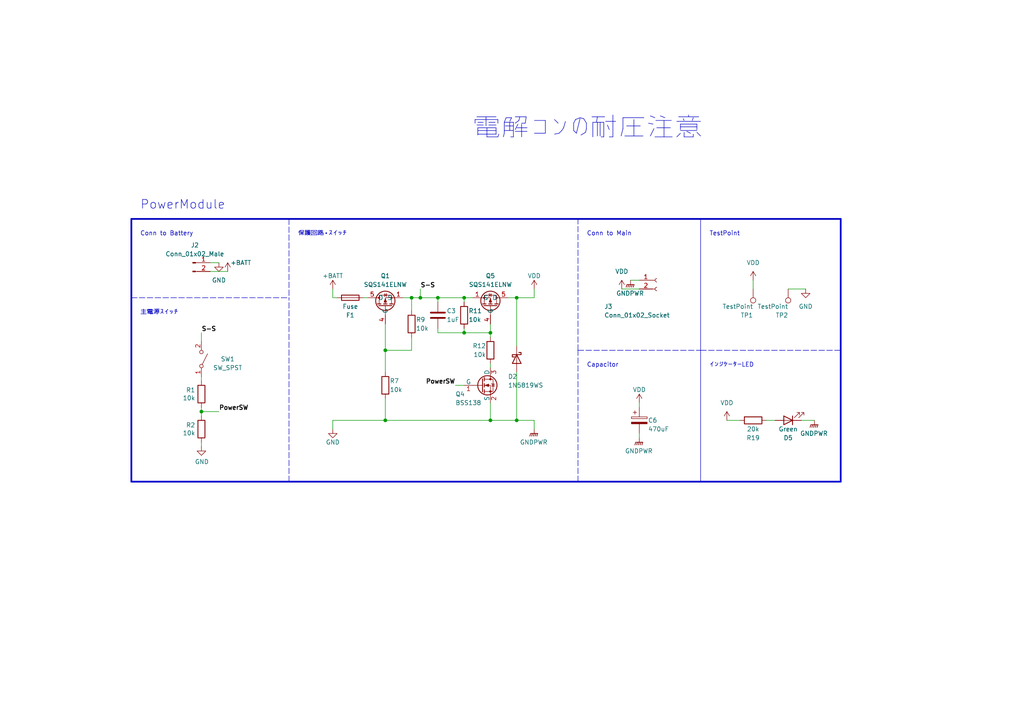
<source format=kicad_sch>
(kicad_sch (version 20230121) (generator eeschema)
  (paper "A4")
  (lib_symbols
    (symbol "AON6411_1"
      (property "Reference" "Q" (at 5.08 1.905 0))
      (property "Value" "AON6411" (at 5.08 0 0))
      (symbol "AON6411_1_0_1"
        (polyline (pts (xy 0.254 0) (xy -2.54 0)))
        (polyline (pts (xy 0.254 1.905) (xy 0.254 -1.905)) (stroke (width 0.254)))
        (polyline (pts (xy 0.762 -1.27) (xy 0.762 -2.286)) (stroke (width 0.254)))
        (polyline (pts (xy 0.762 0.508) (xy 0.762 -0.508)) (stroke (width 0.254)))
        (polyline (pts (xy 0.762 2.286) (xy 0.762 1.27)) (stroke (width 0.254)))
        (polyline (pts (xy 2.54 2.54) (xy 2.54 1.778)))
        (polyline (pts (xy 2.54 -2.54) (xy 2.54 0) (xy 0.762 0)))
        (polyline (pts (xy 0.762 1.778) (xy 3.302 1.778) (xy 3.302 -1.778) (xy 0.762 -1.778)))
        (polyline (pts (xy 2.286 0) (xy 1.27 0.381) (xy 1.27 -0.381) (xy 2.286 0)) (fill (type outline)))
        (polyline (pts (xy 2.794 -0.508) (xy 2.921 -0.381) (xy 3.683 -0.381) (xy 3.81 -0.254)))
        (polyline (pts (xy 3.302 -0.381) (xy 2.921 0.254) (xy 3.683 0.254) (xy 3.302 -0.381)))
        (circle (center 1.651 0) (radius 2.794) (stroke (width 0.254)))
        (circle (center 2.54 -1.778) (radius 0.254) (fill (type outline)))
        (circle (center 2.54 1.778) (radius 0.254) (fill (type outline)))
      )
      (symbol "AON6411_1_1_1"
        (pin passive line (at 2.54 -5.08 90) (length 2.54) (name "S") (number "1"))
        (pin passive line (at 2.54 -5.08 90) (length 2.54) hide (name "S") (number "2"))
        (pin passive line (at 2.54 -5.08 90) (length 2.54) hide (name "S") (number "3"))
        (pin input line (at -5.08 0 0) (length 2.54) (name "G") (number "4"))
        (pin passive line (at 2.54 5.08 270) (length 2.54) (name "D") (number "5"))
      )
    )
    (symbol "Connector:Conn_01x02_Male" (pin_names (offset 1.016) hide)
      (property "Reference" "J" (at 0 2.54 0))
      (property "Value" "Conn_01x02_Male" (at 0 -5.08 0))
      (symbol "Conn_01x02_Male_1_1"
        (polyline (pts (xy 1.27 -2.54) (xy 0.8636 -2.54)) (stroke (width 0.1524)))
        (polyline (pts (xy 1.27 0) (xy 0.8636 0)) (stroke (width 0.1524)))
        (rectangle (start 0.8636 -2.413) (end 0 -2.667) (stroke (width 0.1524)) (fill (type outline)))
        (rectangle (start 0.8636 0.127) (end 0 -0.127) (stroke (width 0.1524)) (fill (type outline)))
        (pin passive line (at 5.08 0 180) (length 3.81) (name "Pin_1") (number "1"))
        (pin passive line (at 5.08 -2.54 180) (length 3.81) (name "Pin_2") (number "2"))
      )
    )
    (symbol "Connector:Conn_01x02_Socket" (pin_names (offset 1.016) hide)
      (property "Reference" "J" (at 0 2.54 0))
      (property "Value" "Conn_01x02_Socket" (at 0 -5.08 0))
      (symbol "Conn_01x02_Socket_1_1"
        (arc (start 0 -2.032) (mid -0.5058 -2.54) (end 0 -3.048) (stroke (width 0.1524)))
        (polyline (pts (xy -1.27 -2.54) (xy -0.508 -2.54)) (stroke (width 0.1524)))
        (polyline (pts (xy -1.27 0) (xy -0.508 0)) (stroke (width 0.1524)))
        (arc (start 0 0.508) (mid -0.5058 0) (end 0 -0.508) (stroke (width 0.1524)))
        (pin passive line (at -5.08 0 0) (length 3.81) (name "Pin_1") (number "1"))
        (pin passive line (at -5.08 -2.54 0) (length 3.81) (name "Pin_2") (number "2"))
      )
    )
    (symbol "Connector:TestPoint" (pin_numbers hide) (pin_names (offset 0.762) hide)
      (property "Reference" "TP" (at 0 6.858 0))
      (property "Value" "TestPoint" (at 0 5.08 0))
      (symbol "TestPoint_0_1"
        (circle (center 0 3.302) (radius 0.762))
      )
      (symbol "TestPoint_1_1"
        (pin passive line (at 0 0 90) (length 2.54) (name "1") (number "1"))
      )
    )
    (symbol "D_Schottky_3" (pin_numbers hide) (pin_names (offset 1.016) hide)
      (property "Reference" "D" (at 0 2.54 0))
      (property "Value" "D_Schottky_3" (at 0 -2.54 0))
      (symbol "D_Schottky_3_0_1"
        (polyline (pts (xy 1.27 0) (xy -1.27 0)))
        (polyline (pts (xy 1.27 1.27) (xy 1.27 -1.27) (xy -1.27 0) (xy 1.27 1.27)) (stroke (width 0.254)))
        (polyline (pts (xy -1.905 0.635) (xy -1.905 1.27) (xy -1.27 1.27) (xy -1.27 -1.27) (xy -0.635 -1.27) (xy -0.635 -0.635)) (stroke (width 0.254)))
      )
      (symbol "D_Schottky_3_1_1"
        (pin passive line (at -3.81 0 0) (length 2.54) (name "K") (number "1"))
        (pin passive line (at 3.81 0 180) (length 2.54) (name "A") (number "2"))
      )
    )
    (symbol "Device:C" (pin_numbers hide) (pin_names (offset 0.254))
      (property "Reference" "C" (at 0.635 2.54 0))
      (property "Value" "C" (at 0.635 -2.54 0))
      (symbol "C_0_1"
        (polyline (pts (xy -2.032 -0.762) (xy 2.032 -0.762)) (stroke (width 0.508)))
        (polyline (pts (xy -2.032 0.762) (xy 2.032 0.762)) (stroke (width 0.508)))
      )
      (symbol "C_1_1"
        (pin passive line (at 0 3.81 270) (length 2.794) (name "~") (number "1"))
        (pin passive line (at 0 -3.81 90) (length 2.794) (name "~") (number "2"))
      )
    )
    (symbol "Device:C_Polarized" (pin_numbers hide) (pin_names (offset 0.254))
      (property "Reference" "C" (at 0.635 2.54 0))
      (property "Value" "C_Polarized" (at 0.635 -2.54 0))
      (symbol "C_Polarized_0_1"
        (rectangle (start -2.286 0.508) (end 2.286 1.016))
        (polyline (pts (xy -1.778 2.286) (xy -0.762 2.286)))
        (polyline (pts (xy -1.27 2.794) (xy -1.27 1.778)))
        (rectangle (start 2.286 -0.508) (end -2.286 -1.016) (fill (type outline)))
      )
      (symbol "C_Polarized_1_1"
        (pin passive line (at 0 3.81 270) (length 2.794) (name "~") (number "1"))
        (pin passive line (at 0 -3.81 90) (length 2.794) (name "~") (number "2"))
      )
    )
    (symbol "Device:Fuse" (pin_numbers hide) (pin_names (offset 0))
      (property "Reference" "F" (at 2.032 0 90))
      (property "Value" "Fuse" (at -1.905 0 90))
      (symbol "Fuse_0_1"
        (rectangle (start -0.762 -2.54) (end 0.762 2.54) (stroke (width 0.254)))
        (polyline (pts (xy 0 2.54) (xy 0 -2.54)))
      )
      (symbol "Fuse_1_1"
        (pin passive line (at 0 3.81 270) (length 1.27) (name "~") (number "1"))
        (pin passive line (at 0 -3.81 90) (length 1.27) (name "~") (number "2"))
      )
    )
    (symbol "Device:LED" (pin_numbers hide) (pin_names (offset 1.016) hide)
      (property "Reference" "D" (at 0 2.54 0))
      (property "Value" "LED" (at 0 -2.54 0))
      (symbol "LED_0_1"
        (polyline (pts (xy -1.27 -1.27) (xy -1.27 1.27)) (stroke (width 0.254)))
        (polyline (pts (xy -1.27 0) (xy 1.27 0)))
        (polyline (pts (xy 1.27 -1.27) (xy 1.27 1.27) (xy -1.27 0) (xy 1.27 -1.27)) (stroke (width 0.254)))
        (polyline (pts (xy -3.048 -0.762) (xy -4.572 -2.286) (xy -3.81 -2.286) (xy -4.572 -2.286) (xy -4.572 -1.524)))
        (polyline (pts (xy -1.778 -0.762) (xy -3.302 -2.286) (xy -2.54 -2.286) (xy -3.302 -2.286) (xy -3.302 -1.524)))
      )
      (symbol "LED_1_1"
        (pin passive line (at -3.81 0 0) (length 2.54) (name "K") (number "1"))
        (pin passive line (at 3.81 0 180) (length 2.54) (name "A") (number "2"))
      )
    )
    (symbol "Device:R" (pin_numbers hide) (pin_names (offset 0))
      (property "Reference" "R" (at 2.032 0 90))
      (property "Value" "R" (at 0 0 90))
      (symbol "R_0_1"
        (rectangle (start -1.016 -2.54) (end 1.016 2.54) (stroke (width 0.254)))
      )
      (symbol "R_1_1"
        (pin passive line (at 0 3.81 270) (length 1.27) (name "~") (number "1"))
        (pin passive line (at 0 -3.81 90) (length 1.27) (name "~") (number "2"))
      )
    )
    (symbol "Q_NMOS_GSD_1" (pin_names (offset 0))
      (property "Reference" "Q" (at 5.08 1.27 0))
      (property "Value" "Q_NMOS_GSD_1" (at 5.08 -1.27 0))
      (symbol "Q_NMOS_GSD_1_0_1"
        (polyline (pts (xy 0.254 0) (xy -2.54 0)))
        (polyline (pts (xy 0.254 1.905) (xy 0.254 -1.905)) (stroke (width 0.254)))
        (polyline (pts (xy 0.762 -1.27) (xy 0.762 -2.286)) (stroke (width 0.254)))
        (polyline (pts (xy 0.762 0.508) (xy 0.762 -0.508)) (stroke (width 0.254)))
        (polyline (pts (xy 0.762 2.286) (xy 0.762 1.27)) (stroke (width 0.254)))
        (polyline (pts (xy 2.54 2.54) (xy 2.54 1.778)))
        (polyline (pts (xy 2.54 -2.54) (xy 2.54 0) (xy 0.762 0)))
        (polyline (pts (xy 0.762 -1.778) (xy 3.302 -1.778) (xy 3.302 1.778) (xy 0.762 1.778)))
        (polyline (pts (xy 1.016 0) (xy 2.032 0.381) (xy 2.032 -0.381) (xy 1.016 0)) (fill (type outline)))
        (polyline (pts (xy 2.794 0.508) (xy 2.921 0.381) (xy 3.683 0.381) (xy 3.81 0.254)))
        (polyline (pts (xy 3.302 0.381) (xy 2.921 -0.254) (xy 3.683 -0.254) (xy 3.302 0.381)))
        (circle (center 1.651 0) (radius 2.794) (stroke (width 0.254)))
        (circle (center 2.54 -1.778) (radius 0.254) (fill (type outline)))
        (circle (center 2.54 1.778) (radius 0.254) (fill (type outline)))
      )
      (symbol "Q_NMOS_GSD_1_1_1"
        (pin input line (at -5.08 0 0) (length 2.54) (name "G") (number "1"))
        (pin passive line (at 2.54 -5.08 90) (length 2.54) (name "S") (number "2"))
        (pin passive line (at 2.54 5.08 270) (length 2.54) (name "D") (number "3"))
      )
    )
    (symbol "Switch:SW_SPST" (pin_names (offset 0) hide)
      (property "Reference" "SW" (at 0 3.175 0))
      (property "Value" "SW_SPST" (at 0 -2.54 0))
      (symbol "SW_SPST_0_0"
        (circle (center -2.032 0) (radius 0.508))
        (polyline (pts (xy -1.524 0.254) (xy 1.524 1.778)))
        (circle (center 2.032 0) (radius 0.508))
      )
      (symbol "SW_SPST_1_1"
        (pin passive line (at -5.08 0 0) (length 2.54) (name "A") (number "1"))
        (pin passive line (at 5.08 0 180) (length 2.54) (name "B") (number "2"))
      )
    )
    (symbol "Transistor_FET:AON6411"
      (property "Reference" "Q" (at 5.08 1.905 0))
      (property "Value" "AON6411" (at 5.08 0 0))
      (symbol "AON6411_0_1"
        (polyline (pts (xy 0.254 0) (xy -2.54 0)))
        (polyline (pts (xy 0.254 1.905) (xy 0.254 -1.905)) (stroke (width 0.254)))
        (polyline (pts (xy 0.762 -1.27) (xy 0.762 -2.286)) (stroke (width 0.254)))
        (polyline (pts (xy 0.762 0.508) (xy 0.762 -0.508)) (stroke (width 0.254)))
        (polyline (pts (xy 0.762 2.286) (xy 0.762 1.27)) (stroke (width 0.254)))
        (polyline (pts (xy 2.54 2.54) (xy 2.54 1.778)))
        (polyline (pts (xy 2.54 -2.54) (xy 2.54 0) (xy 0.762 0)))
        (polyline (pts (xy 0.762 1.778) (xy 3.302 1.778) (xy 3.302 -1.778) (xy 0.762 -1.778)))
        (polyline (pts (xy 2.286 0) (xy 1.27 0.381) (xy 1.27 -0.381) (xy 2.286 0)) (fill (type outline)))
        (polyline (pts (xy 2.794 -0.508) (xy 2.921 -0.381) (xy 3.683 -0.381) (xy 3.81 -0.254)))
        (polyline (pts (xy 3.302 -0.381) (xy 2.921 0.254) (xy 3.683 0.254) (xy 3.302 -0.381)))
        (circle (center 1.651 0) (radius 2.794) (stroke (width 0.254)))
        (circle (center 2.54 -1.778) (radius 0.254) (fill (type outline)))
        (circle (center 2.54 1.778) (radius 0.254) (fill (type outline)))
      )
      (symbol "AON6411_1_1"
        (pin passive line (at 2.54 -5.08 90) (length 2.54) (name "S") (number "1"))
        (pin passive line (at 2.54 -5.08 90) (length 2.54) hide (name "S") (number "2"))
        (pin passive line (at 2.54 -5.08 90) (length 2.54) hide (name "S") (number "3"))
        (pin input line (at -5.08 0 0) (length 2.54) (name "G") (number "4"))
        (pin passive line (at 2.54 5.08 270) (length 2.54) (name "D") (number "5"))
      )
    )
    (symbol "power:+BATT" (power) (pin_names (offset 0))
      (property "Value" "+BATT" (at 0 3.556 0))
      (symbol "+BATT_0_1"
        (polyline (pts (xy -0.762 1.27) (xy 0 2.54)))
        (polyline (pts (xy 0 0) (xy 0 2.54)))
        (polyline (pts (xy 0 2.54) (xy 0.762 1.27)))
      )
      (symbol "+BATT_1_1"
        (pin power_in line (at 0 0 90) (length 0) hide (name "+BATT") (number "1"))
      )
    )
    (symbol "power:GND" (power) (pin_names (offset 0))
      (property "Value" "GND" (at 0 -3.81 0))
      (symbol "GND_0_1"
        (polyline (pts (xy 0 0) (xy 0 -1.27) (xy 1.27 -1.27) (xy 0 -2.54) (xy -1.27 -1.27) (xy 0 -1.27)))
      )
      (symbol "GND_1_1"
        (pin power_in line (at 0 0 270) (length 0) hide (name "GND") (number "1"))
      )
    )
    (symbol "power:GNDPWR" (power) (pin_names (offset 0))
      (property "Value" "GNDPWR" (at 0 -3.302 0))
      (symbol "GNDPWR_0_1"
        (polyline (pts (xy 0 -1.27) (xy 0 0)))
        (polyline (pts (xy -1.016 -1.27) (xy -1.27 -2.032) (xy -1.27 -2.032)) (stroke (width 0.2032)))
        (polyline (pts (xy -0.508 -1.27) (xy -0.762 -2.032) (xy -0.762 -2.032)) (stroke (width 0.2032)))
        (polyline (pts (xy 0 -1.27) (xy -0.254 -2.032) (xy -0.254 -2.032)) (stroke (width 0.2032)))
        (polyline (pts (xy 0.508 -1.27) (xy 0.254 -2.032) (xy 0.254 -2.032)) (stroke (width 0.2032)))
        (polyline (pts (xy 1.016 -1.27) (xy -1.016 -1.27) (xy -1.016 -1.27)) (stroke (width 0.2032)))
        (polyline (pts (xy 1.016 -1.27) (xy 0.762 -2.032) (xy 0.762 -2.032) (xy 0.762 -2.032)) (stroke (width 0.2032)))
      )
      (symbol "GNDPWR_1_1"
        (pin power_in line (at 0 0 270) (length 0) hide (name "GNDPWR") (number "1"))
      )
    )
    (symbol "power:VDD" (power) (pin_names (offset 0))
      (property "Value" "VDD" (at 0 3.81 0))
      (symbol "VDD_0_1"
        (polyline (pts (xy -0.762 1.27) (xy 0 2.54)))
        (polyline (pts (xy 0 0) (xy 0 2.54)))
        (polyline (pts (xy 0 2.54) (xy 0.762 1.27)))
      )
      (symbol "VDD_1_1"
        (pin power_in line (at 0 0 90) (length 0) hide (name "VDD") (number "1"))
      )
    )
  )
  (junction (at 119.38 86.36))
  (junction (at 121.92 86.36))
  (junction (at 142.24 96.52))
  (junction (at 58.42 119.38))
  (junction (at 149.86 86.36))
  (junction (at 142.24 121.92))
  (junction (at 134.62 86.36))
  (junction (at 127 86.36))
  (junction (at 111.76 101.6))
  (junction (at 134.62 96.52))
  (junction (at 149.86 121.92))
  (junction (at 111.76 121.92))
  (polyline (pts (xy 167.64 139.7) (xy 167.64 101.6)) (stroke (width 0) (type dash)))
  (wire (pts (xy 134.62 96.52) (xy 142.24 96.52)))
  (wire (pts (xy 58.42 109.22) (xy 58.42 110.49)))
  (wire (pts (xy 154.94 124.46) (xy 154.94 121.92)))
  (wire (pts (xy 96.52 86.36) (xy 97.79 86.36)))
  (wire (pts (xy 58.42 118.11) (xy 58.42 119.38)))
  (wire (pts (xy 232.41 121.92) (xy 236.22 121.92)))
  (wire (pts (xy 63.5 119.38) (xy 58.42 119.38)))
  (wire (pts (xy 228.6 83.82) (xy 233.68 83.82)))
  (wire (pts (xy 185.42 81.28) (xy 182.88 81.28)))
  (polyline (pts (xy 167.64 101.6) (xy 167.64 63.5)) (stroke (width 0) (type dash)))
  (wire (pts (xy 142.24 93.98) (xy 142.24 96.52)))
  (wire (pts (xy 210.82 121.92) (xy 214.63 121.92)))
  (wire (pts (xy 134.62 86.36) (xy 134.62 87.63)))
  (wire (pts (xy 147.32 86.36) (xy 149.86 86.36)))
  (wire (pts (xy 121.92 86.36) (xy 127 86.36)))
  (wire (pts (xy 142.24 116.84) (xy 142.24 121.92)))
  (polyline (pts (xy 83.82 63.5) (xy 83.82 86.36)) (stroke (width 0) (type dash)))
  (wire (pts (xy 58.42 119.38) (xy 58.42 120.65)))
  (wire (pts (xy 121.92 83.82) (xy 121.92 86.36)))
  (wire (pts (xy 60.96 78.74) (xy 66.04 78.74)))
  (polyline (pts (xy 203.2 101.6) (xy 243.84 101.6)) (stroke (width 0) (type dash)))
  (wire (pts (xy 149.86 107.95) (xy 149.86 121.92)))
  (wire (pts (xy 111.76 93.98) (xy 111.76 101.6)))
  (wire (pts (xy 149.86 121.92) (xy 154.94 121.92)))
  (wire (pts (xy 127 86.36) (xy 134.62 86.36)))
  (polyline (pts (xy 38.1 86.36) (xy 83.82 86.36)) (stroke (width 0) (type dash)))
  (wire (pts (xy 96.52 83.82) (xy 96.52 86.36)))
  (wire (pts (xy 222.25 121.92) (xy 224.79 121.92)))
  (wire (pts (xy 134.62 95.25) (xy 134.62 96.52)))
  (wire (pts (xy 185.42 125.73) (xy 185.42 127)))
  (wire (pts (xy 105.41 86.36) (xy 106.68 86.36)))
  (wire (pts (xy 116.84 86.36) (xy 119.38 86.36)))
  (wire (pts (xy 60.96 76.2) (xy 63.5 76.2)))
  (wire (pts (xy 142.24 105.41) (xy 142.24 106.68)))
  (polyline (pts (xy 203.2 139.7) (xy 203.2 101.6)) (stroke (width 0) (type solid)))
  (wire (pts (xy 134.62 86.36) (xy 137.16 86.36)))
  (wire (pts (xy 154.94 83.82) (xy 154.94 86.36)))
  (polyline (pts (xy 83.82 139.7) (xy 83.82 86.36)) (stroke (width 0) (type dash)))
  (polyline (pts (xy 38.1 139.7) (xy 38.1 63.5)) (stroke (width 0.5) (type solid)))
  (wire (pts (xy 149.86 86.36) (xy 149.86 100.33)))
  (wire (pts (xy 142.24 96.52) (xy 142.24 97.79)))
  (wire (pts (xy 96.52 121.92) (xy 96.52 124.46)))
  (wire (pts (xy 127 86.36) (xy 127 87.63)))
  (wire (pts (xy 96.52 121.92) (xy 111.76 121.92)))
  (wire (pts (xy 127 95.25) (xy 127 96.52)))
  (wire (pts (xy 111.76 121.92) (xy 142.24 121.92)))
  (wire (pts (xy 142.24 121.92) (xy 149.86 121.92)))
  (wire (pts (xy 185.42 83.82) (xy 180.34 83.82)))
  (wire (pts (xy 149.86 86.36) (xy 154.94 86.36)))
  (wire (pts (xy 127 96.52) (xy 134.62 96.52)))
  (wire (pts (xy 132.08 111.76) (xy 134.62 111.76)))
  (wire (pts (xy 111.76 115.57) (xy 111.76 121.92)))
  (wire (pts (xy 119.38 97.79) (xy 119.38 101.6)))
  (wire (pts (xy 111.76 101.6) (xy 111.76 107.95)))
  (wire (pts (xy 58.42 128.27) (xy 58.42 129.54)))
  (wire (pts (xy 119.38 86.36) (xy 119.38 90.17)))
  (polyline (pts (xy 167.64 101.6) (xy 203.2 101.6)) (stroke (width 0) (type dash)))
  (wire (pts (xy 119.38 101.6) (xy 111.76 101.6)))
  (wire (pts (xy 58.42 96.52) (xy 58.42 99.06)))
  (wire (pts (xy 185.42 116.84) (xy 185.42 118.11)))
  (wire (pts (xy 119.38 86.36) (xy 121.92 86.36)))
  (polyline (pts (xy 203.2 101.6) (xy 203.2 63.5)) (stroke (width 0) (type solid)))
  (wire (pts (xy 218.44 81.28) (xy 218.44 83.82)))
  (polyline (pts (xy 243.84 63.5) (xy 243.84 139.7)) (stroke (width 0.5) (type solid)))
  (polyline (pts (xy 243.84 139.7) (xy 38.1 139.7)) (stroke (width 0.5) (type solid)))
  (polyline (pts (xy 38.1 63.5) (xy 243.84 63.5)) (stroke (width 0.5) (type solid)))
  (text "Conn to Main" (at 170.18 68.58 0) (effects (font (size 1.27 1.27)) (justify left bottom)))
  (text "電解コンの耐圧注意" (at 137.16 40.64 0) (effects (font (size 5.56 5.56)) (justify left bottom)))
  (text "PowerModule" (at 40.64 60.96 0) (effects (font (size 2.54 2.54)) (justify left bottom)))
  (text "Capacitor" (at 170.18 106.68 0) (effects (font (size 1.27 1.27)) (justify left bottom)))
  (text "保護回路・スイッチ" (at 86.36 68.58 0) (effects (font (size 1.27 1.27)) (justify left bottom)))
  (text "TestPoint" (at 205.74 68.58 0) (effects (font (size 1.27 1.27)) (justify left bottom)))
  (text "Conn to Battery" (at 40.64 68.58 0) (effects (font (size 1.27 1.27)) (justify left bottom)))
  (text "インジケーターLED" (at 205.74 106.68 0) (effects (font (size 1.27 1.27)) (justify left bottom)))
  (text "主電源スイッチ" (at 40.64 91.44 0) (effects (font (size 1.27 1.27)) (justify left bottom)))
  (label "S-S" (at 121.92 83.82 0) (effects (font (thickness 0.254) bold)))
  (label "PowerSW" (at 63.5 119.38 0) (effects (font (thickness 0.254) bold)))
  (label "PowerSW" (at 132.08 111.76 180) (effects (font (thickness 0.254) bold)))
  (label "S-S" (at 58.42 96.52 0) (effects (font (thickness 0.254) bold)))
  (symbol (lib_id "Device:R") (at 218.44 121.92 270) (mirror x) (unit 1)
    (property "Reference" "R19" (at 218.44 127 90))
    (property "Value" "20k" (at 218.44 124.46 90))
    (property "Footprint" "Resistor_SMD:R_0402_1005Metric" (effects hide))
  )
  (symbol (lib_id "power:VDD") (at 185.42 116.84 0) (unit 1)
    (property "Reference" "#PWR019" (effects hide))
    (property "Value" "VDD" (at 185.42 113.03 0))
  )
  (symbol (lib_id "power:GNDPWR") (at 185.42 127 0) (unit 1)
    (property "Reference" "#PWR020" (effects hide))
    (property "Value" "GNDPWR" (at 185.293 130.81 0))
  )
  (symbol (lib_id "power:GND") (at 58.42 129.54 0) (unit 1)
    (property "Reference" "#PWR07" (effects hide))
    (property "Value" "GND" (at 58.547 133.9342 0))
  )
  (symbol (lib_id "Device:Fuse") (at 101.6 86.36 90) (mirror x) (unit 1)
    (property "Reference" "F1" (at 101.6 91.44 90))
    (property "Value" "Fuse" (at 101.6 88.9 90))
    (property "Footprint" "Fuse:Fuseholder_Blade_Mini_Keystone_3568" (effects hide))
  )
  (symbol (lib_id "Device:R") (at 58.42 124.46 0) (mirror y) (unit 1)
    (property "Reference" "R2" (at 56.642 123.2916 0) (effects (justify left)))
    (property "Value" "10k" (at 56.642 125.603 0) (effects (justify left)))
    (property "Footprint" "Resistor_SMD:R_0402_1005Metric" (effects hide))
  )
  (symbol (lib_id "Device:R") (at 134.62 91.44 0) (unit 1)
    (property "Reference" "R11" (at 135.89 90.17 0) (effects (justify left)))
    (property "Value" "10k" (at 135.89 92.71 0) (effects (justify left)))
    (property "Footprint" "Resistor_SMD:R_0402_1005Metric" (effects hide))
  )
  (symbol (lib_name "AON6411_1") (lib_id "Transistor_FET:AON6411") (at 142.24 88.9 270) (mirror x) (unit 1)
    (property "Reference" "Q5" (at 142.24 80.01 90))
    (property "Value" "SQS141ELNW" (at 142.24 82.55 90))
    (property "Footprint" "MyLibrary:Package_TSON-Advance" (effects hide))
    (property "Datasheet" "http://www.aosmd.com/res/data_sheets/AON6411.pdf" (effects hide))
  )
  (symbol (lib_id "power:GND") (at 63.5 76.2 0) (unit 1)
    (property "Reference" "#PWR03" (effects hide))
    (property "Value" "GND" (at 63.5 81.28 0))
  )
  (symbol (lib_id "Connector:TestPoint") (at 218.44 83.82 180) (unit 1)
    (property "Reference" "TP1" (at 218.44 91.44 0) (effects (justify left)))
    (property "Value" "TestPoint" (at 218.44 88.9 0) (effects (justify left)))
    (property "Footprint" "TestPoint:TestPoint_THTPad_D2.0mm_Drill1.0mm" (effects hide))
  )
  (symbol (lib_id "power:GNDPWR") (at 236.22 121.92 0) (unit 1)
    (property "Reference" "#PWR010" (effects hide))
    (property "Value" "GNDPWR" (at 236.093 125.73 0))
  )
  (symbol (lib_id "power:GNDPWR") (at 154.94 124.46 0) (unit 1)
    (property "Reference" "#PWR014" (effects hide))
    (property "Value" "GNDPWR" (at 154.813 128.27 0))
  )
  (symbol (lib_id "Connector:Conn_01x02_Male") (at 55.88 76.2 0) (unit 1)
    (property "Reference" "J2" (at 56.515 71.12 0))
    (property "Value" "Conn_01x02_Male" (at 56.515 73.66 0))
    (property "Footprint" "Connector_AMASS:AMASS_XT30U-M_1x02_P5.0mm_Vertical" (effects hide))
  )
  (symbol (lib_id "Switch:SW_SPST") (at 58.42 104.14 270) (mirror x) (unit 1)
    (property "Reference" "SW1" (at 66.04 104.14 90))
    (property "Value" "SW_SPST" (at 66.04 106.68 90))
    (property "Footprint" "Rocker_Switch:DS-850K-S-ON" (effects hide))
  )
  (symbol (lib_id "power:VDD") (at 210.82 121.92 0) (unit 1)
    (property "Reference" "#PWR05" (effects hide))
    (property "Value" "VDD" (at 210.82 116.84 0))
  )
  (symbol (lib_id "Connector:TestPoint") (at 228.6 83.82 180) (unit 1)
    (property "Reference" "TP2" (at 228.6 91.44 0) (effects (justify left)))
    (property "Value" "TestPoint" (at 228.6 88.9 0) (effects (justify left)))
    (property "Footprint" "TestPoint:TestPoint_THTPad_D2.0mm_Drill1.0mm" (effects hide))
  )
  (symbol (lib_id "power:GNDPWR") (at 182.88 81.28 0) (unit 1)
    (property "Reference" "#PWR01" (effects hide))
    (property "Value" "GNDPWR" (at 182.753 85.09 0))
  )
  (symbol (lib_id "Device:C_Polarized") (at 185.42 121.92 0) (unit 1)
    (property "Reference" "C6" (at 187.96 121.92 0) (effects (justify left)))
    (property "Value" "470uF" (at 187.96 124.46 0) (effects (justify left)))
    (property "Footprint" "Capacitor_SMD:C_Elec_8x10.2" (effects hide))
  )
  (symbol (lib_id "Device:R") (at 58.42 114.3 0) (mirror y) (unit 1)
    (property "Reference" "R1" (at 56.642 113.1316 0) (effects (justify left)))
    (property "Value" "10k" (at 56.642 115.443 0) (effects (justify left)))
    (property "Footprint" "Resistor_SMD:R_0402_1005Metric" (effects hide))
  )
  (symbol (lib_id "power:GND") (at 233.68 83.82 0) (unit 1)
    (property "Reference" "#PWR023" (effects hide))
    (property "Value" "GND" (at 233.68 88.9 0))
  )
  (symbol (lib_name "Q_NMOS_GSD_1") (lib_id "Device:Q_NMOS_GSD") (at 139.7 111.76 0) (unit 1)
    (property "Reference" "Q4" (at 132.08 114.3 0) (effects (justify left)))
    (property "Value" "BSS138" (at 132.08 116.84 0) (effects (justify left)))
    (property "Footprint" "Package_TO_SOT_SMD:SOT-23" (effects hide))
  )
  (symbol (lib_id "power:VDD") (at 218.44 81.28 0) (unit 1)
    (property "Reference" "#PWR08" (effects hide))
    (property "Value" "VDD" (at 218.44 76.2 0))
  )
  (symbol (lib_id "power:GND") (at 96.52 124.46 0) (unit 1)
    (property "Reference" "#PWR09" (effects hide))
    (property "Value" "GND" (at 96.52 128.27 0))
  )
  (symbol (lib_id "Device:R") (at 111.76 111.76 0) (unit 1)
    (property "Reference" "R7" (at 113.03 110.49 0) (effects (justify left)))
    (property "Value" "10k" (at 113.03 113.03 0) (effects (justify left)))
    (property "Footprint" "Resistor_SMD:R_0402_1005Metric" (effects hide))
  )
  (symbol (lib_name "D_Schottky_3") (lib_id "Device:D_Schottky") (at 149.86 104.14 270) (unit 1)
    (property "Reference" "D2" (at 147.32 109.22 90) (effects (justify left)))
    (property "Value" "1N5819WS" (at 147.32 111.76 90) (effects (justify left)))
    (property "Footprint" "Diode_SMD:D_SOD-323_HandSoldering" (effects hide))
  )
  (symbol (lib_id "Device:LED") (at 228.6 121.92 180) (unit 1)
    (property "Reference" "D5" (at 228.6 127 0))
    (property "Value" "Green" (at 228.6 124.46 0))
    (property "Footprint" "LED_SMD:LED_0603_1608Metric_Pad1.05x0.95mm_HandSolder" (effects hide))
  )
  (symbol (lib_id "Transistor_FET:AON6411") (at 111.76 88.9 90) (unit 1)
    (property "Reference" "Q1" (at 111.76 80.01 90))
    (property "Value" "SQS141ELNW" (at 111.76 82.55 90))
    (property "Footprint" "MyLibrary:Package_TSON-Advance" (effects hide))
    (property "Datasheet" "http://www.aosmd.com/res/data_sheets/AON6411.pdf" (effects hide))
  )
  (symbol (lib_id "Device:R") (at 142.24 101.6 0) (mirror y) (unit 1)
    (property "Reference" "R12" (at 140.97 100.33 0) (effects (justify left)))
    (property "Value" "10k" (at 140.97 102.87 0) (effects (justify left)))
    (property "Footprint" "Resistor_SMD:R_0402_1005Metric" (effects hide))
  )
  (symbol (lib_id "power:VDD") (at 180.34 83.82 0) (unit 1)
    (property "Reference" "#PWR02" (effects hide))
    (property "Value" "VDD" (at 180.34 78.74 0))
  )
  (symbol (lib_id "Device:C") (at 127 91.44 0) (unit 1)
    (property "Reference" "C3" (at 129.54 90.17 0) (effects (justify left)))
    (property "Value" "1uF" (at 129.54 92.71 0) (effects (justify left)))
    (property "Footprint" "Capacitor_SMD:C_0402_1005Metric" (effects hide))
  )
  (symbol (lib_id "power:+BATT") (at 66.04 78.74 0) (unit 1)
    (property "Reference" "#PWR04" (effects hide))
    (property "Value" "+BATT" (at 69.85 76.2 0))
  )
  (symbol (lib_id "Device:R") (at 119.38 93.98 0) (unit 1)
    (property "Reference" "R9" (at 120.65 92.71 0) (effects (justify left)))
    (property "Value" "10k" (at 120.65 95.25 0) (effects (justify left)))
    (property "Footprint" "Resistor_SMD:R_0402_1005Metric" (effects hide))
  )
  (symbol (lib_id "Connector:Conn_01x02_Socket") (at 190.5 81.28 0) (unit 1)
    (property "Reference" "J3" (at 175.26 88.9 0) (effects (justify left)))
    (property "Value" "Conn_01x02_Socket" (at 175.26 91.44 0) (effects (justify left)))
    (property "Footprint" "Connector_AMASS:AMASS_XT30PW-F_1x02_P2.50mm_Horizontal" (effects hide))
  )
  (symbol (lib_id "power:+BATT") (at 96.52 83.82 0) (unit 1)
    (property "Reference" "#PWR06" (effects hide))
    (property "Value" "+BATT" (at 96.52 80.01 0))
  )
  (symbol (lib_id "power:VDD") (at 154.94 83.82 0) (unit 1)
    (property "Reference" "#PWR013" (effects hide))
    (property "Value" "VDD" (at 154.94 80.01 0))
  )
)
</source>
